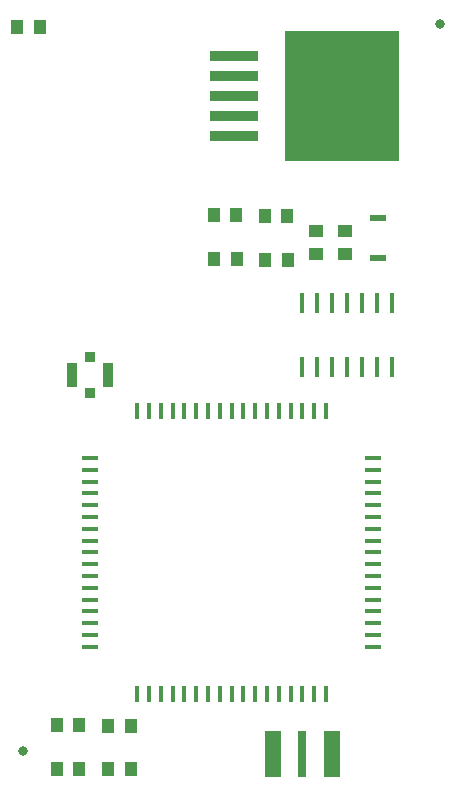
<source format=gbr>
G04 DipTrace 3.0.0.1*
G04 TopPaste.gbr*
%MOIN*%
G04 #@! TF.FileFunction,Paste,Top*
G04 #@! TF.Part,Single*
%ADD65R,0.382283X0.432283*%
%ADD67R,0.162598X0.032283*%
%ADD69R,0.015748X0.070866*%
%ADD75O,0.015748X0.055118*%
%ADD77O,0.055118X0.015748*%
%ADD85C,0.031496*%
%ADD91R,0.055118X0.023622*%
%ADD93R,0.051181X0.043307*%
%ADD95R,0.043307X0.051181*%
%ADD101R,0.035433X0.080709*%
%ADD103R,0.033465X0.035433*%
%ADD105R,0.025591X0.151969*%
%ADD107R,0.051969X0.151969*%
%FSLAX26Y26*%
G04*
G70*
G90*
G75*
G01*
G04 TopPaste*
%LPD*%
D107*
X1531890Y489370D3*
D105*
X1431890Y489764D3*
D107*
X1332283D3*
D103*
X723622Y1694488D3*
Y1812598D3*
D101*
X782677Y1753543D3*
X664567D3*
D95*
X556299Y2914567D3*
X481496D3*
X1211024Y2285433D3*
X1136220D3*
D93*
X1477559Y2232677D3*
Y2157874D3*
X1574803Y2231890D3*
Y2157087D3*
D91*
X1685039Y2275984D3*
Y2142126D3*
D95*
X858701Y438701D3*
X783898D3*
X687835Y439882D3*
X613031D3*
D85*
X1890945Y2922244D3*
X498701Y498701D3*
D95*
X859488Y583583D3*
X784685D3*
X688228Y585551D3*
X613425D3*
X1306299Y2282677D3*
X1381102D3*
X1383071Y2136614D3*
X1308268D3*
X1212598Y2139764D3*
X1137795D3*
D77*
X1668110Y846850D3*
Y886220D3*
Y925591D3*
Y964961D3*
Y1004331D3*
Y1043701D3*
Y1083071D3*
Y1122441D3*
Y1161811D3*
Y1201181D3*
Y1240551D3*
Y1279921D3*
Y1319291D3*
Y1358661D3*
Y1398031D3*
Y1437402D3*
Y1476772D3*
D75*
X1510630Y1634252D3*
X1471260D3*
X1431890D3*
X1392520D3*
X1353150D3*
X1313780D3*
X1274409D3*
X1235039D3*
X1195669D3*
X1156299D3*
X1116929D3*
X1077559D3*
X1038189D3*
X998819D3*
X959449D3*
X920079D3*
X880709D3*
D77*
X723228Y1476772D3*
Y1437402D3*
Y1398031D3*
Y1358661D3*
Y1319291D3*
Y1279921D3*
Y1240551D3*
Y1201181D3*
Y1161811D3*
Y1122441D3*
Y1083071D3*
Y1043701D3*
Y1004331D3*
Y964961D3*
Y925591D3*
Y886220D3*
Y846850D3*
D75*
X880709Y689370D3*
X920079D3*
X959449D3*
X998819D3*
X1038189D3*
X1077559D3*
X1116929D3*
X1156299D3*
X1195669D3*
X1235039D3*
X1274409D3*
X1313780D3*
X1353150D3*
X1392520D3*
X1431890D3*
X1471260D3*
X1510630D3*
D69*
X1730709Y1992520D3*
X1680709D3*
X1630709D3*
X1580709D3*
X1530709D3*
X1480709D3*
X1430709D3*
Y1779921D3*
X1480709D3*
X1530709D3*
X1580709D3*
X1630709D3*
X1680709D3*
X1730709D3*
D67*
X1204331Y2816142D3*
Y2749213D3*
Y2682283D3*
Y2615354D3*
Y2548425D3*
D65*
X1564173Y2682283D3*
M02*

</source>
